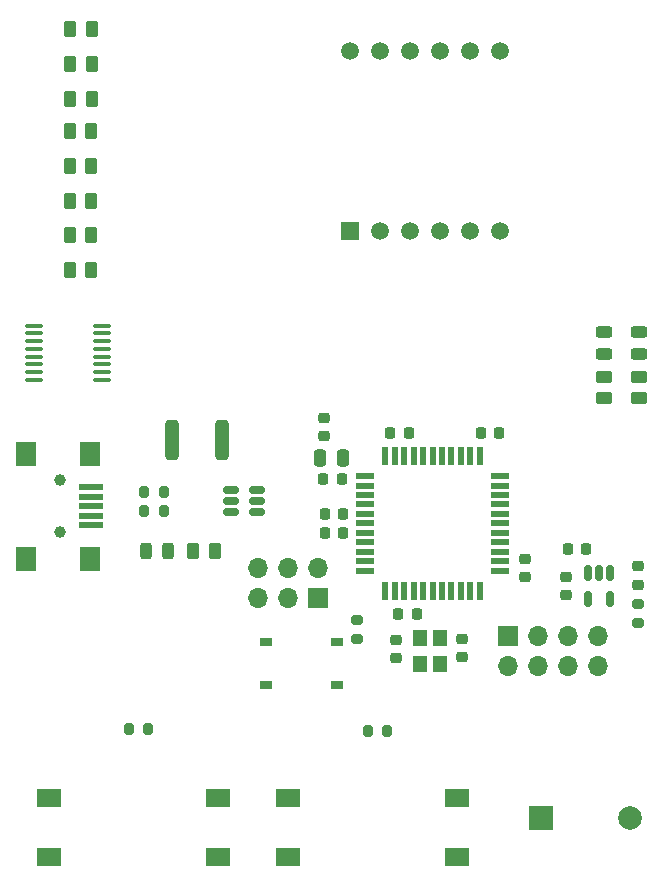
<source format=gbr>
%TF.GenerationSoftware,KiCad,Pcbnew,7.0.1*%
%TF.CreationDate,2023-04-20T17:50:10-06:00*%
%TF.ProjectId,Phase_B_Prototype,50686173-655f-4425-9f50-726f746f7479,rev?*%
%TF.SameCoordinates,Original*%
%TF.FileFunction,Soldermask,Top*%
%TF.FilePolarity,Negative*%
%FSLAX46Y46*%
G04 Gerber Fmt 4.6, Leading zero omitted, Abs format (unit mm)*
G04 Created by KiCad (PCBNEW 7.0.1) date 2023-04-20 17:50:10*
%MOMM*%
%LPD*%
G01*
G04 APERTURE LIST*
G04 Aperture macros list*
%AMRoundRect*
0 Rectangle with rounded corners*
0 $1 Rounding radius*
0 $2 $3 $4 $5 $6 $7 $8 $9 X,Y pos of 4 corners*
0 Add a 4 corners polygon primitive as box body*
4,1,4,$2,$3,$4,$5,$6,$7,$8,$9,$2,$3,0*
0 Add four circle primitives for the rounded corners*
1,1,$1+$1,$2,$3*
1,1,$1+$1,$4,$5*
1,1,$1+$1,$6,$7*
1,1,$1+$1,$8,$9*
0 Add four rect primitives between the rounded corners*
20,1,$1+$1,$2,$3,$4,$5,0*
20,1,$1+$1,$4,$5,$6,$7,0*
20,1,$1+$1,$6,$7,$8,$9,0*
20,1,$1+$1,$8,$9,$2,$3,0*%
G04 Aperture macros list end*
%ADD10RoundRect,0.243750X-0.243750X-0.456250X0.243750X-0.456250X0.243750X0.456250X-0.243750X0.456250X0*%
%ADD11RoundRect,0.200000X0.200000X0.275000X-0.200000X0.275000X-0.200000X-0.275000X0.200000X-0.275000X0*%
%ADD12R,1.700000X1.700000*%
%ADD13O,1.700000X1.700000*%
%ADD14RoundRect,0.250000X-0.262500X-0.450000X0.262500X-0.450000X0.262500X0.450000X-0.262500X0.450000X0*%
%ADD15RoundRect,0.225000X0.250000X-0.225000X0.250000X0.225000X-0.250000X0.225000X-0.250000X-0.225000X0*%
%ADD16RoundRect,0.150000X-0.150000X0.512500X-0.150000X-0.512500X0.150000X-0.512500X0.150000X0.512500X0*%
%ADD17RoundRect,0.250000X0.450000X-0.262500X0.450000X0.262500X-0.450000X0.262500X-0.450000X-0.262500X0*%
%ADD18RoundRect,0.243750X-0.456250X0.243750X-0.456250X-0.243750X0.456250X-0.243750X0.456250X0.243750X0*%
%ADD19RoundRect,0.225000X-0.250000X0.225000X-0.250000X-0.225000X0.250000X-0.225000X0.250000X0.225000X0*%
%ADD20RoundRect,0.200000X-0.275000X0.200000X-0.275000X-0.200000X0.275000X-0.200000X0.275000X0.200000X0*%
%ADD21RoundRect,0.100000X-0.637500X-0.100000X0.637500X-0.100000X0.637500X0.100000X-0.637500X0.100000X0*%
%ADD22R,1.500000X0.550000*%
%ADD23R,0.550000X1.500000*%
%ADD24RoundRect,0.250000X0.250000X0.475000X-0.250000X0.475000X-0.250000X-0.475000X0.250000X-0.475000X0*%
%ADD25RoundRect,0.225000X-0.225000X-0.250000X0.225000X-0.250000X0.225000X0.250000X-0.225000X0.250000X0*%
%ADD26R,2.000000X1.500000*%
%ADD27R,1.000000X0.700000*%
%ADD28RoundRect,0.250000X-0.312500X-1.450000X0.312500X-1.450000X0.312500X1.450000X-0.312500X1.450000X0*%
%ADD29RoundRect,0.225000X0.225000X0.250000X-0.225000X0.250000X-0.225000X-0.250000X0.225000X-0.250000X0*%
%ADD30RoundRect,0.200000X-0.200000X-0.275000X0.200000X-0.275000X0.200000X0.275000X-0.200000X0.275000X0*%
%ADD31RoundRect,0.250000X0.262500X0.450000X-0.262500X0.450000X-0.262500X-0.450000X0.262500X-0.450000X0*%
%ADD32R,1.200000X1.400000*%
%ADD33RoundRect,0.150000X-0.512500X-0.150000X0.512500X-0.150000X0.512500X0.150000X-0.512500X0.150000X0*%
%ADD34C,1.000000*%
%ADD35R,2.000000X0.500000*%
%ADD36R,1.700000X2.000000*%
%ADD37R,1.500000X1.500000*%
%ADD38C,1.500000*%
%ADD39R,2.000000X2.000000*%
%ADD40C,2.000000*%
G04 APERTURE END LIST*
D10*
%TO.C,D3*%
X124625000Y-102900000D03*
X126500000Y-102900000D03*
%TD*%
D11*
%TO.C,R16*%
X126085000Y-97920000D03*
X124435000Y-97920000D03*
%TD*%
D12*
%TO.C,J3*%
X139200000Y-106890000D03*
D13*
X139200000Y-104350000D03*
X136660000Y-106890000D03*
X136660000Y-104350000D03*
X134120000Y-106890000D03*
X134120000Y-104350000D03*
%TD*%
D14*
%TO.C,R12*%
X118147500Y-79120000D03*
X119972500Y-79120000D03*
%TD*%
D15*
%TO.C,C13*%
X160190000Y-106610000D03*
X160190000Y-105060000D03*
%TD*%
D16*
%TO.C,U5*%
X163910000Y-104712500D03*
X162960000Y-104712500D03*
X162010000Y-104712500D03*
X162010000Y-106987500D03*
X163910000Y-106987500D03*
%TD*%
D17*
%TO.C,R4*%
X166350000Y-89942500D03*
X166350000Y-88117500D03*
%TD*%
D18*
%TO.C,D2*%
X166360000Y-84327500D03*
X166360000Y-86202500D03*
%TD*%
D19*
%TO.C,C7*%
X156710000Y-103560000D03*
X156710000Y-105110000D03*
%TD*%
D12*
%TO.C,J4*%
X155240000Y-110110000D03*
D13*
X155240000Y-112650000D03*
X157780000Y-110110000D03*
X157780000Y-112650000D03*
X160320000Y-110110000D03*
X160320000Y-112650000D03*
X162860000Y-110110000D03*
X162860000Y-112650000D03*
%TD*%
D18*
%TO.C,D1*%
X163360000Y-84337500D03*
X163360000Y-86212500D03*
%TD*%
D20*
%TO.C,R13*%
X142460000Y-108725000D03*
X142460000Y-110375000D03*
%TD*%
D14*
%TO.C,R5*%
X118175000Y-58700000D03*
X120000000Y-58700000D03*
%TD*%
%TO.C,R9*%
X118147500Y-70270000D03*
X119972500Y-70270000D03*
%TD*%
%TO.C,R10*%
X118147500Y-73220000D03*
X119972500Y-73220000D03*
%TD*%
D21*
%TO.C,U2*%
X115137500Y-83825000D03*
X115137500Y-84475000D03*
X115137500Y-85125000D03*
X115137500Y-85775000D03*
X115137500Y-86425000D03*
X115137500Y-87075000D03*
X115137500Y-87725000D03*
X115137500Y-88375000D03*
X120862500Y-88375000D03*
X120862500Y-87725000D03*
X120862500Y-87075000D03*
X120862500Y-86425000D03*
X120862500Y-85775000D03*
X120862500Y-85125000D03*
X120862500Y-84475000D03*
X120862500Y-83825000D03*
%TD*%
D22*
%TO.C,U3*%
X143160000Y-96550000D03*
X143160000Y-97350000D03*
X143160000Y-98150000D03*
X143160000Y-98950000D03*
X143160000Y-99750000D03*
X143160000Y-100550000D03*
X143160000Y-101350000D03*
X143160000Y-102150000D03*
X143160000Y-102950000D03*
X143160000Y-103750000D03*
X143160000Y-104550000D03*
D23*
X144860000Y-106250000D03*
X145660000Y-106250000D03*
X146460000Y-106250000D03*
X147260000Y-106250000D03*
X148060000Y-106250000D03*
X148860000Y-106250000D03*
X149660000Y-106250000D03*
X150460000Y-106250000D03*
X151260000Y-106250000D03*
X152060000Y-106250000D03*
X152860000Y-106250000D03*
D22*
X154560000Y-104550000D03*
X154560000Y-103750000D03*
X154560000Y-102950000D03*
X154560000Y-102150000D03*
X154560000Y-101350000D03*
X154560000Y-100550000D03*
X154560000Y-99750000D03*
X154560000Y-98950000D03*
X154560000Y-98150000D03*
X154560000Y-97350000D03*
X154560000Y-96550000D03*
D23*
X152860000Y-94850000D03*
X152060000Y-94850000D03*
X151260000Y-94850000D03*
X150460000Y-94850000D03*
X149660000Y-94850000D03*
X148860000Y-94850000D03*
X148060000Y-94850000D03*
X147260000Y-94850000D03*
X146460000Y-94850000D03*
X145660000Y-94850000D03*
X144860000Y-94850000D03*
%TD*%
D15*
%TO.C,C2*%
X151360000Y-111870000D03*
X151360000Y-110320000D03*
%TD*%
D20*
%TO.C,R17*%
X166260000Y-107350000D03*
X166260000Y-109000000D03*
%TD*%
D15*
%TO.C,C11*%
X139660000Y-93145000D03*
X139660000Y-91595000D03*
%TD*%
D24*
%TO.C,C4*%
X141250000Y-94990000D03*
X139350000Y-94990000D03*
%TD*%
D14*
%TO.C,R11*%
X118147500Y-76170000D03*
X119972500Y-76170000D03*
%TD*%
D25*
%TO.C,C9*%
X152930000Y-92930000D03*
X154480000Y-92930000D03*
%TD*%
D11*
%TO.C,R1*%
X124790000Y-117940000D03*
X123140000Y-117940000D03*
%TD*%
D19*
%TO.C,C1*%
X145730000Y-110425000D03*
X145730000Y-111975000D03*
%TD*%
D26*
%TO.C,S1*%
X116400000Y-123800000D03*
X130700000Y-123800000D03*
X116400000Y-128800000D03*
X130700000Y-128800000D03*
%TD*%
D27*
%TO.C,S3*%
X140760000Y-114275000D03*
X134760000Y-114275000D03*
X140760000Y-110575000D03*
X134760000Y-110575000D03*
%TD*%
D28*
%TO.C,F2*%
X126762500Y-93500000D03*
X131037500Y-93500000D03*
%TD*%
D14*
%TO.C,R6*%
X118175000Y-61650000D03*
X120000000Y-61650000D03*
%TD*%
D29*
%TO.C,C12*%
X161855000Y-102710000D03*
X160305000Y-102710000D03*
%TD*%
D30*
%TO.C,R15*%
X124450000Y-99500000D03*
X126100000Y-99500000D03*
%TD*%
D25*
%TO.C,C8*%
X145285000Y-92860000D03*
X146835000Y-92860000D03*
%TD*%
D29*
%TO.C,C6*%
X141305000Y-101380000D03*
X139755000Y-101380000D03*
%TD*%
D15*
%TO.C,C14*%
X166270000Y-105740000D03*
X166270000Y-104190000D03*
%TD*%
D14*
%TO.C,R8*%
X118147500Y-67320000D03*
X119972500Y-67320000D03*
%TD*%
D29*
%TO.C,C10*%
X141295000Y-99800000D03*
X139745000Y-99800000D03*
%TD*%
D31*
%TO.C,R14*%
X130425000Y-102900000D03*
X128600000Y-102900000D03*
%TD*%
D14*
%TO.C,R7*%
X118175000Y-64600000D03*
X120000000Y-64600000D03*
%TD*%
D25*
%TO.C,C3*%
X145970000Y-108220000D03*
X147520000Y-108220000D03*
%TD*%
D32*
%TO.C,Y1*%
X149460000Y-112450000D03*
X149460000Y-110250000D03*
X147760000Y-110250000D03*
X147760000Y-112450000D03*
%TD*%
D33*
%TO.C,U4*%
X131755000Y-97730000D03*
X131755000Y-98680000D03*
X131755000Y-99630000D03*
X134030000Y-99630000D03*
X134030000Y-98680000D03*
X134030000Y-97730000D03*
%TD*%
D34*
%TO.C,J1*%
X117275000Y-96900000D03*
X117275000Y-101300000D03*
D35*
X119975000Y-97500000D03*
X119975000Y-98300000D03*
X119975000Y-99100000D03*
X119975000Y-99900000D03*
X119975000Y-100700000D03*
D36*
X119875000Y-94650000D03*
X114425000Y-94650000D03*
X119875000Y-103550000D03*
X114425000Y-103550000D03*
%TD*%
D37*
%TO.C,U1*%
X141850000Y-75777500D03*
D38*
X144390000Y-75777500D03*
X146930000Y-75777500D03*
X149470000Y-75777500D03*
X152010000Y-75777500D03*
X154550000Y-75777500D03*
X154550000Y-60537500D03*
X152010000Y-60537500D03*
X149470000Y-60537500D03*
X146930000Y-60537500D03*
X144390000Y-60537500D03*
X141850000Y-60537500D03*
%TD*%
D17*
%TO.C,R3*%
X163400000Y-89942500D03*
X163400000Y-88117500D03*
%TD*%
D11*
%TO.C,R2*%
X145040000Y-118100000D03*
X143390000Y-118100000D03*
%TD*%
D26*
%TO.C,S2*%
X136600000Y-123800000D03*
X150900000Y-123800000D03*
X136600000Y-128800000D03*
X150900000Y-128800000D03*
%TD*%
D39*
%TO.C,LS1*%
X158000000Y-125500000D03*
D40*
X165600000Y-125500000D03*
%TD*%
D29*
%TO.C,C5*%
X141165000Y-96830000D03*
X139615000Y-96830000D03*
%TD*%
M02*

</source>
